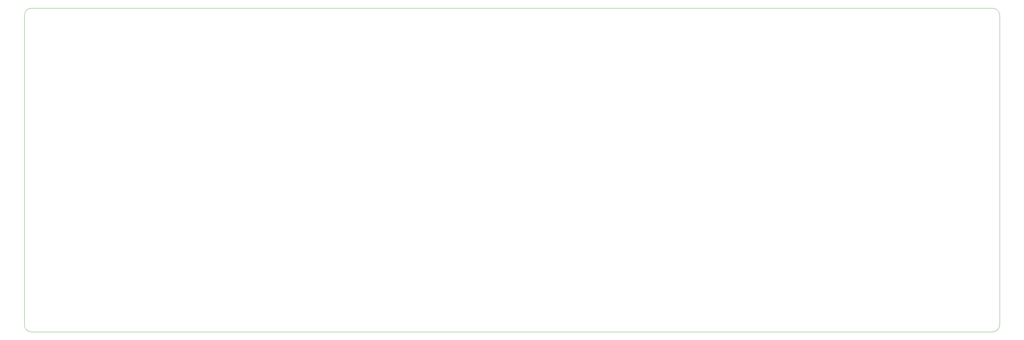
<source format=gbr>
%TF.GenerationSoftware,KiCad,Pcbnew,8.0.7*%
%TF.CreationDate,2024-12-21T00:00:27+08:00*%
%TF.ProjectId,PH60_Rev2,50483630-5f52-4657-9632-2e6b69636164,rev?*%
%TF.SameCoordinates,PX1b40518PY1b40518*%
%TF.FileFunction,Profile,NP*%
%FSLAX46Y46*%
G04 Gerber Fmt 4.6, Leading zero omitted, Abs format (unit mm)*
G04 Created by KiCad (PCBNEW 8.0.7) date 2024-12-21 00:00:27*
%MOMM*%
%LPD*%
G01*
G04 APERTURE LIST*
%TA.AperFunction,Profile*%
%ADD10C,0.050000*%
%TD*%
G04 APERTURE END LIST*
D10*
X283375000Y-94925000D02*
X2375000Y-94925000D01*
X375000Y-2325000D02*
G75*
G02*
X2375000Y-325000I2000000J0D01*
G01*
X2375000Y-94925000D02*
G75*
G02*
X375000Y-92925000I0J2000000D01*
G01*
X283375000Y-325000D02*
G75*
G02*
X285375000Y-2325000I0J-2000000D01*
G01*
X2375000Y-325000D02*
X283375000Y-325000D01*
X285375000Y-2325000D02*
X285375000Y-92925000D01*
X375000Y-92925000D02*
X375000Y-2325000D01*
X285375000Y-92925000D02*
G75*
G02*
X283375000Y-94925000I-2000000J0D01*
G01*
M02*

</source>
